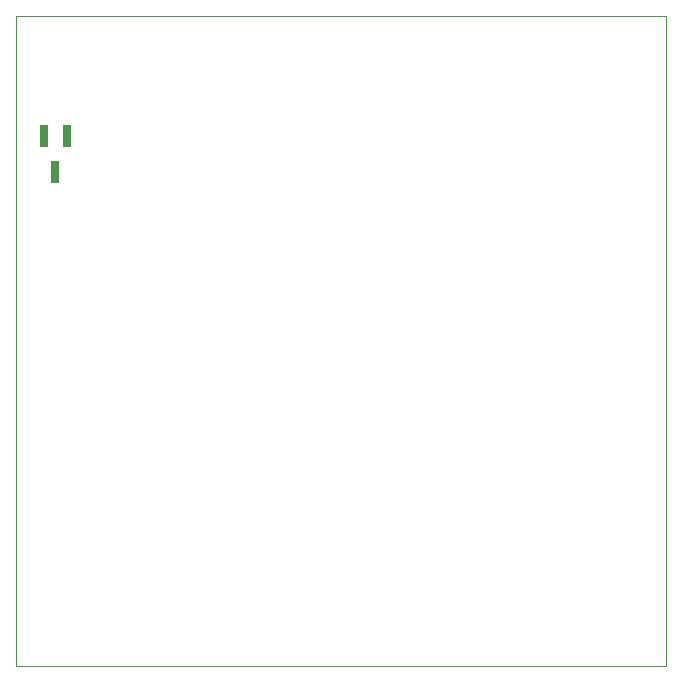
<source format=gbr>
%TF.GenerationSoftware,KiCad,Pcbnew,5.0.2-bee76a0~70~ubuntu18.04.1*%
%TF.CreationDate,2019-02-16T11:07:58+01:00*%
%TF.ProjectId,GP-Pcb,47502d50-6362-42e6-9b69-6361645f7063,2.0*%
%TF.SameCoordinates,Original*%
%TF.FileFunction,Paste,Bot*%
%TF.FilePolarity,Positive*%
%FSLAX46Y46*%
G04 Gerber Fmt 4.6, Leading zero omitted, Abs format (unit mm)*
G04 Created by KiCad (PCBNEW 5.0.2-bee76a0~70~ubuntu18.04.1) date sab 16 feb 2019 11:07:58 CET*
%MOMM*%
%LPD*%
G01*
G04 APERTURE LIST*
%ADD10C,0.010000*%
%ADD11R,0.800000X1.900000*%
G04 APERTURE END LIST*
D10*
X113420000Y-45720000D02*
X113420000Y-100720000D01*
X58420000Y-100720000D02*
X113420000Y-100720000D01*
X58420000Y-45720000D02*
X58420000Y-100720000D01*
X58420000Y-45720000D02*
X113420000Y-45720000D01*
D11*
X60772000Y-55904000D03*
X62672000Y-55904000D03*
X61722000Y-58904000D03*
M02*

</source>
